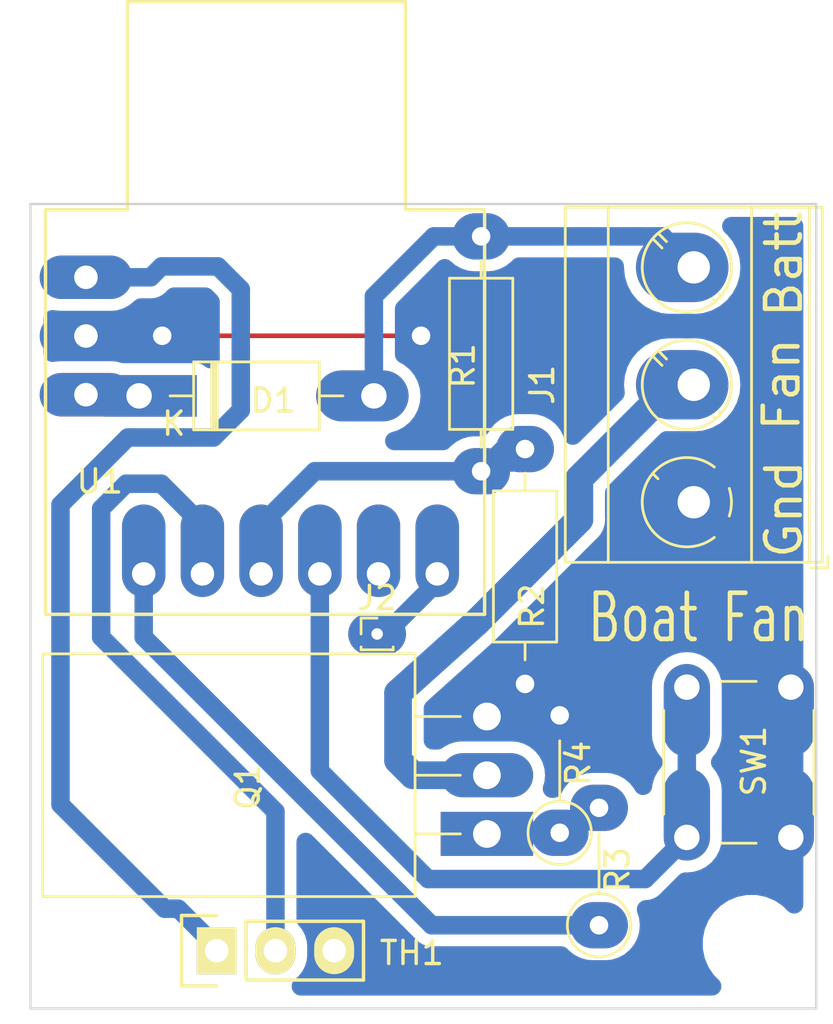
<source format=kicad_pcb>
(kicad_pcb (version 20171130) (host pcbnew 5.1.4-1.fc30)

  (general
    (thickness 1.6)
    (drawings 8)
    (tracks 62)
    (zones 0)
    (modules 13)
    (nets 12)
  )

  (page A4)
  (layers
    (0 F.Cu signal)
    (31 B.Cu signal)
    (32 B.Adhes user hide)
    (33 F.Adhes user hide)
    (34 B.Paste user hide)
    (35 F.Paste user hide)
    (36 B.SilkS user hide)
    (37 F.SilkS user)
    (38 B.Mask user hide)
    (39 F.Mask user hide)
    (40 Dwgs.User user hide)
    (41 Cmts.User user hide)
    (42 Eco1.User user hide)
    (43 Eco2.User user hide)
    (44 Edge.Cuts user)
    (45 Margin user hide)
    (46 B.CrtYd user hide)
    (47 F.CrtYd user hide)
    (48 B.Fab user hide)
    (49 F.Fab user hide)
  )

  (setup
    (last_trace_width 0.8)
    (user_trace_width 0.2)
    (user_trace_width 1.2)
    (trace_clearance 0.5)
    (zone_clearance 0.508)
    (zone_45_only no)
    (trace_min 0.2)
    (via_size 0.8)
    (via_drill 0.4)
    (via_min_size 0.4)
    (via_min_drill 0.3)
    (uvia_size 0.3)
    (uvia_drill 0.1)
    (uvias_allowed no)
    (uvia_min_size 0.2)
    (uvia_min_drill 0.1)
    (edge_width 0.05)
    (segment_width 0.2)
    (pcb_text_width 0.3)
    (pcb_text_size 1.5 1.5)
    (mod_edge_width 0.12)
    (mod_text_size 1 1)
    (mod_text_width 0.15)
    (pad_size 2.5 1.8)
    (pad_drill 0.5)
    (pad_to_mask_clearance 0.051)
    (solder_mask_min_width 0.25)
    (aux_axis_origin 85.2 99.6)
    (grid_origin 85.2 99.6)
    (visible_elements FFFFFF7F)
    (pcbplotparams
      (layerselection 0x00020_7ffffffe)
      (usegerberextensions false)
      (usegerberattributes false)
      (usegerberadvancedattributes false)
      (creategerberjobfile false)
      (excludeedgelayer true)
      (linewidth 0.100000)
      (plotframeref false)
      (viasonmask false)
      (mode 1)
      (useauxorigin false)
      (hpglpennumber 1)
      (hpglpenspeed 20)
      (hpglpendiameter 15.000000)
      (psnegative false)
      (psa4output false)
      (plotreference true)
      (plotvalue true)
      (plotinvisibletext false)
      (padsonsilk false)
      (subtractmaskfromsilk false)
      (outputformat 5)
      (mirror false)
      (drillshape 0)
      (scaleselection 1)
      (outputdirectory ""))
  )

  (net 0 "")
  (net 1 +BATT)
  (net 2 GND)
  (net 3 "Net-(Q1-Pad1)")
  (net 4 LED)
  (net 5 button)
  (net 6 Vin)
  (net 7 DHT11)
  (net 8 FAN-gnd)
  (net 9 Vin-sense)
  (net 10 +5V)
  (net 11 Reset)

  (net_class Default "This is the default net class."
    (clearance 0.5)
    (trace_width 0.8)
    (via_dia 0.8)
    (via_drill 0.4)
    (uvia_dia 0.3)
    (uvia_drill 0.1)
    (add_net +5V)
    (add_net +BATT)
    (add_net DHT11)
    (add_net FAN-gnd)
    (add_net GND)
    (add_net LED)
    (add_net "Net-(Q1-Pad1)")
    (add_net Reset)
    (add_net Vin)
    (add_net Vin-sense)
    (add_net button)
  )

  (net_class pwr ""
    (clearance 0.5)
    (trace_width 1.2)
    (via_dia 0.8)
    (via_drill 0.4)
    (uvia_dia 0.3)
    (uvia_drill 0.1)
  )

  (module Connector_PinHeader_1.00mm:PinHeader_1x01_P1.00mm_Vertical (layer F.Cu) (tedit 5D664B05) (tstamp 5D6651C3)
    (at 100 83.6)
    (descr "Through hole straight pin header, 1x01, 1.00mm pitch, single row")
    (tags "Through hole pin header THT 1x01 1.00mm single row")
    (path /5D666371)
    (fp_text reference J2 (at 0 -1.56) (layer F.SilkS)
      (effects (font (size 1 1) (thickness 0.15)))
    )
    (fp_text value Reset (at 0 1.56) (layer F.Fab)
      (effects (font (size 1 1) (thickness 0.15)))
    )
    (fp_text user %R (at 0 0 90) (layer F.Fab)
      (effects (font (size 0.76 0.76) (thickness 0.114)))
    )
    (fp_line (start 1.15 -1) (end -1.15 -1) (layer F.CrtYd) (width 0.05))
    (fp_line (start 1.15 1) (end 1.15 -1) (layer F.CrtYd) (width 0.05))
    (fp_line (start -1.15 1) (end 1.15 1) (layer F.CrtYd) (width 0.05))
    (fp_line (start -1.15 -1) (end -1.15 1) (layer F.CrtYd) (width 0.05))
    (fp_line (start -0.695 -0.685) (end 0 -0.685) (layer F.SilkS) (width 0.12))
    (fp_line (start -0.695 0) (end -0.695 -0.685) (layer F.SilkS) (width 0.12))
    (fp_line (start 0.608276 0.685) (end 0.695 0.685) (layer F.SilkS) (width 0.12))
    (fp_line (start -0.695 0.685) (end -0.608276 0.685) (layer F.SilkS) (width 0.12))
    (fp_line (start 0.695 0.685) (end 0.695 0.56) (layer F.SilkS) (width 0.12))
    (fp_line (start -0.695 0.685) (end -0.695 0.56) (layer F.SilkS) (width 0.12))
    (fp_line (start -0.695 0.685) (end 0.695 0.685) (layer F.SilkS) (width 0.12))
    (fp_line (start -0.635 -0.1825) (end -0.3175 -0.5) (layer F.Fab) (width 0.1))
    (fp_line (start -0.635 0.5) (end -0.635 -0.1825) (layer F.Fab) (width 0.1))
    (fp_line (start 0.635 0.5) (end -0.635 0.5) (layer F.Fab) (width 0.1))
    (fp_line (start 0.635 -0.5) (end 0.635 0.5) (layer F.Fab) (width 0.1))
    (fp_line (start -0.3175 -0.5) (end 0.635 -0.5) (layer F.Fab) (width 0.1))
    (pad 1 thru_hole oval (at 0 0) (size 2.5 1.8) (drill 0.5) (layers *.Cu *.Mask)
      (net 11 Reset))
    (model ${KISYS3DMOD}/Connector_PinHeader_1.00mm.3dshapes/PinHeader_1x01_P1.00mm_Vertical.wrl
      (at (xyz 0 0 0))
      (scale (xyz 1 1 1))
      (rotate (xyz 0 0 0))
    )
  )

  (module TerminalBlock_MetzConnect:TerminalBlock_MetzConnect_Type073_RT02603HBLU_1x03_P5.08mm_Horizontal (layer F.Cu) (tedit 5D663F59) (tstamp 5D59EF4A)
    (at 113.7 77.9 90)
    (descr "terminal block Metz Connect Type073_RT02603HBLU, 3 pins, pitch 5.08mm, size 15.2x11mm^2, drill diamater 1.4mm, pad diameter 2.6mm, see http://www.metz-connect.com/de/system/files/productfiles/Datenblatt_310731_RT026xxHBLU_OFF-022792U.pdf, script-generated using https://github.com/pointhi/kicad-footprint-generator/scripts/TerminalBlock_MetzConnect")
    (tags "THT terminal block Metz Connect Type073_RT02603HBLU pitch 5.08mm size 15.2x11mm^2 drill 1.4mm pad 2.6mm")
    (path /5D59DE5B)
    (fp_text reference J1 (at 5.08 -6.56 90) (layer F.SilkS)
      (effects (font (size 1 1) (thickness 0.15)))
    )
    (fp_text value Batt (at 5.08 6.56 90) (layer F.Fab)
      (effects (font (size 1 1) (thickness 0.15)))
    )
    (fp_text user %R (at 5.08 3.5 90) (layer F.Fab)
      (effects (font (size 1 1) (thickness 0.15)))
    )
    (fp_line (start 13.21 -6) (end -3.04 -6) (layer F.CrtYd) (width 0.05))
    (fp_line (start 13.21 6) (end 13.21 -6) (layer F.CrtYd) (width 0.05))
    (fp_line (start -3.04 6) (end 13.21 6) (layer F.CrtYd) (width 0.05))
    (fp_line (start -3.04 -6) (end -3.04 6) (layer F.CrtYd) (width 0.05))
    (fp_line (start -2.84 5.8) (end -2.34 5.8) (layer F.SilkS) (width 0.12))
    (fp_line (start -2.84 5.06) (end -2.84 5.8) (layer F.SilkS) (width 0.12))
    (fp_line (start 8.804 0.821) (end 8.697 0.928) (layer F.SilkS) (width 0.12))
    (fp_line (start 11.389 -1.764) (end 10.998 -1.374) (layer F.SilkS) (width 0.12))
    (fp_line (start 9.013 1.083) (end 8.932 1.164) (layer F.SilkS) (width 0.12))
    (fp_line (start 11.624 -1.529) (end 11.274 -1.179) (layer F.SilkS) (width 0.12))
    (fp_line (start 11.274 -1.628) (end 8.833 0.814) (layer F.Fab) (width 0.1))
    (fp_line (start 11.488 -1.414) (end 9.047 1.027) (layer F.Fab) (width 0.1))
    (fp_line (start 3.724 0.821) (end 3.617 0.928) (layer F.SilkS) (width 0.12))
    (fp_line (start 6.309 -1.764) (end 5.918 -1.374) (layer F.SilkS) (width 0.12))
    (fp_line (start 3.933 1.083) (end 3.852 1.164) (layer F.SilkS) (width 0.12))
    (fp_line (start 6.544 -1.529) (end 6.194 -1.179) (layer F.SilkS) (width 0.12))
    (fp_line (start 6.194 -1.628) (end 3.753 0.814) (layer F.Fab) (width 0.1))
    (fp_line (start 6.408 -1.414) (end 3.967 1.027) (layer F.Fab) (width 0.1))
    (fp_line (start 1.229 -1.764) (end 1.013 -1.549) (layer F.SilkS) (width 0.12))
    (fp_line (start 1.114 -1.628) (end -1.328 0.814) (layer F.Fab) (width 0.1))
    (fp_line (start 1.328 -1.414) (end -1.114 1.027) (layer F.Fab) (width 0.1))
    (fp_line (start 12.76 -5.56) (end 12.76 5.56) (layer F.SilkS) (width 0.12))
    (fp_line (start -2.6 -5.56) (end -2.6 5.56) (layer F.SilkS) (width 0.12))
    (fp_line (start -2.6 5.56) (end 12.76 5.56) (layer F.SilkS) (width 0.12))
    (fp_line (start -2.6 -5.56) (end 12.76 -5.56) (layer F.SilkS) (width 0.12))
    (fp_line (start -2.6 -3.7) (end 12.76 -3.7) (layer F.SilkS) (width 0.12))
    (fp_line (start -2.54 -3.7) (end 12.7 -3.7) (layer F.Fab) (width 0.1))
    (fp_line (start -2.6 2.5) (end 12.76 2.5) (layer F.SilkS) (width 0.12))
    (fp_line (start -2.54 2.5) (end 12.7 2.5) (layer F.Fab) (width 0.1))
    (fp_line (start -2.6 5) (end 12.76 5) (layer F.SilkS) (width 0.12))
    (fp_line (start -2.54 5) (end 12.7 5) (layer F.Fab) (width 0.1))
    (fp_line (start -2.54 5) (end -2.54 -5.5) (layer F.Fab) (width 0.1))
    (fp_line (start -2.04 5.5) (end -2.54 5) (layer F.Fab) (width 0.1))
    (fp_line (start 12.7 5.5) (end -2.04 5.5) (layer F.Fab) (width 0.1))
    (fp_line (start 12.7 -5.5) (end 12.7 5.5) (layer F.Fab) (width 0.1))
    (fp_line (start -2.54 -5.5) (end 12.7 -5.5) (layer F.Fab) (width 0.1))
    (fp_circle (center 10.16 -0.3) (end 11.91 -0.3) (layer F.Fab) (width 0.1))
    (fp_circle (center 5.08 -0.3) (end 6.83 -0.3) (layer F.Fab) (width 0.1))
    (fp_circle (center 0 -0.3) (end 1.75 -0.3) (layer F.Fab) (width 0.1))
    (fp_arc (start 10.16 -0.3) (end 10.16 1.63) (angle -360) (layer F.SilkS) (width 0.12))
    (fp_arc (start 5.08 -0.3) (end 5.08 1.63) (angle -360) (layer F.SilkS) (width 0.12))
    (fp_arc (start 0 -0.3) (end -0.597 1.536) (angle -19) (layer F.SilkS) (width 0.12))
    (fp_arc (start 0 -0.3) (end -1.521 -1.489) (angle -76) (layer F.SilkS) (width 0.12))
    (fp_arc (start 0 -0.3) (end 1.5 -1.515) (angle -102) (layer F.SilkS) (width 0.12))
    (fp_arc (start 0 -0.3) (end 1.521 0.889) (angle -76) (layer F.SilkS) (width 0.12))
    (fp_arc (start 0 -0.3) (end 0 1.63) (angle -18) (layer F.SilkS) (width 0.12))
    (pad 3 thru_hole oval (at 10.16 0 90) (size 3 4) (drill 1.4 (offset 0 -0.5)) (layers *.Cu *.Mask)
      (net 6 Vin))
    (pad 2 thru_hole oval (at 5.08 0 90) (size 3 4) (drill 1.4 (offset 0 -0.5)) (layers *.Cu *.Mask)
      (net 8 FAN-gnd))
    (pad 1 thru_hole rect (at 0 0 90) (size 3 4) (drill 1.4 (offset 0 -0.5)) (layers *.Cu *.Mask)
      (net 2 GND))
    (model ${KISYS3DMOD}/TerminalBlock_MetzConnect.3dshapes/TerminalBlock_MetzConnect_Type073_RT02603HBLU_1x03_P5.08mm_Horizontal.wrl
      (at (xyz 0 0 0))
      (scale (xyz 1 1 1))
      (rotate (xyz 0 0 0))
    )
  )

  (module sensors:DHT11_Temperature_Humidity (layer F.Cu) (tedit 567FC5FF) (tstamp 5D668C7D)
    (at 95.6 97.3)
    (path /5D665FCE)
    (fp_text reference TH1 (at 5.9 0.1) (layer F.SilkS)
      (effects (font (size 1 1) (thickness 0.15)))
    )
    (fp_text value DHT11 (at 0 4.445) (layer F.Fab)
      (effects (font (size 1 1) (thickness 0.15)))
    )
    (fp_line (start -7.62 -2.055) (end -7.62 -3.325) (layer B.CrtYd) (width 0.15))
    (fp_line (start -7.62 -3.325) (end 7.62 -3.325) (layer B.CrtYd) (width 0.15))
    (fp_line (start 7.62 -3.325) (end 7.62 -2.055) (layer B.CrtYd) (width 0.15))
    (fp_line (start 7.62 -2.055) (end -7.62 -2.055) (layer B.CrtYd) (width 0.15))
    (fp_line (start -6.35 -2.055) (end -6.35 3.025) (layer B.CrtYd) (width 0.15))
    (fp_line (start -6.35 3.025) (end 6.350024 3.025) (layer B.CrtYd) (width 0.15))
    (fp_line (start 6.35 3.025) (end 6.35 -2.055) (layer B.CrtYd) (width 0.15))
    (fp_line (start -2.54 -1.524) (end -4.064 -1.524) (layer F.SilkS) (width 0.15))
    (fp_line (start -4.064 -1.524) (end -4.064 1.524) (layer F.SilkS) (width 0.15))
    (fp_line (start -4.064 1.524) (end -2.54 1.524) (layer F.SilkS) (width 0.15))
    (fp_line (start -1.27 -1.27) (end 3.81 -1.27) (layer F.SilkS) (width 0.15))
    (fp_line (start 3.81 -1.27) (end 3.81 1.27) (layer F.SilkS) (width 0.15))
    (fp_line (start 3.81 1.27) (end -1.27 1.27) (layer F.SilkS) (width 0.15))
    (fp_line (start -1.27 1.27) (end -1.27 -1.27) (layer F.SilkS) (width 0.15))
    (pad 3 thru_hole oval (at 2.54 0 90) (size 2.032 1.7272) (drill 1.016) (layers *.Cu *.Mask F.SilkS)
      (net 2 GND))
    (pad 2 thru_hole oval (at 0 0 90) (size 2.032 1.7272) (drill 1.016) (layers *.Cu *.Mask F.SilkS)
      (net 7 DHT11))
    (pad 1 thru_hole rect (at -2.54 0 90) (size 2.032 1.7272) (drill 1.016) (layers *.Cu *.Mask F.SilkS)
      (net 10 +5V))
  )

  (module Resistor_THT:R_Axial_DIN0207_L6.3mm_D2.5mm_P5.08mm_Vertical (layer F.Cu) (tedit 5AE5139B) (tstamp 5D65B220)
    (at 107.9 92.2 90)
    (descr "Resistor, Axial_DIN0207 series, Axial, Vertical, pin pitch=5.08mm, 0.25W = 1/4W, length*diameter=6.3*2.5mm^2, http://cdn-reichelt.de/documents/datenblatt/B400/1_4W%23YAG.pdf")
    (tags "Resistor Axial_DIN0207 series Axial Vertical pin pitch 5.08mm 0.25W = 1/4W length 6.3mm diameter 2.5mm")
    (path /5D655ED0)
    (fp_text reference R4 (at 3 0.8 90) (layer F.SilkS)
      (effects (font (size 1 1) (thickness 0.15)))
    )
    (fp_text value 10K (at 2.54 2.37 90) (layer F.Fab)
      (effects (font (size 1 1) (thickness 0.15)))
    )
    (fp_text user %R (at 2.54 -2.37 90) (layer F.Fab)
      (effects (font (size 1 1) (thickness 0.15)))
    )
    (fp_line (start 6.13 -1.5) (end -1.5 -1.5) (layer F.CrtYd) (width 0.05))
    (fp_line (start 6.13 1.5) (end 6.13 -1.5) (layer F.CrtYd) (width 0.05))
    (fp_line (start -1.5 1.5) (end 6.13 1.5) (layer F.CrtYd) (width 0.05))
    (fp_line (start -1.5 -1.5) (end -1.5 1.5) (layer F.CrtYd) (width 0.05))
    (fp_line (start 1.37 0) (end 3.98 0) (layer F.SilkS) (width 0.12))
    (fp_line (start 0 0) (end 5.08 0) (layer F.Fab) (width 0.1))
    (fp_circle (center 0 0) (end 1.37 0) (layer F.SilkS) (width 0.12))
    (fp_circle (center 0 0) (end 1.25 0) (layer F.Fab) (width 0.1))
    (pad 2 thru_hole oval (at 5.08 0 90) (size 2 2.5) (drill 0.8) (layers *.Cu *.Mask)
      (net 2 GND))
    (pad 1 thru_hole oval (at 0 0 90) (size 2 2.5) (drill 0.8) (layers *.Cu *.Mask)
      (net 3 "Net-(Q1-Pad1)"))
    (model ${KISYS3DMOD}/Resistor_THT.3dshapes/R_Axial_DIN0207_L6.3mm_D2.5mm_P5.08mm_Vertical.wrl
      (at (xyz 0 0 0))
      (scale (xyz 1 1 1))
      (rotate (xyz 0 0 0))
    )
  )

  (module Resistor_THT:R_Axial_DIN0207_L6.3mm_D2.5mm_P5.08mm_Vertical (layer F.Cu) (tedit 5AE5139B) (tstamp 5D65C331)
    (at 109.6 96.2 90)
    (descr "Resistor, Axial_DIN0207 series, Axial, Vertical, pin pitch=5.08mm, 0.25W = 1/4W, length*diameter=6.3*2.5mm^2, http://cdn-reichelt.de/documents/datenblatt/B400/1_4W%23YAG.pdf")
    (tags "Resistor Axial_DIN0207 series Axial Vertical pin pitch 5.08mm 0.25W = 1/4W length 6.3mm diameter 2.5mm")
    (path /5D5A9882)
    (fp_text reference R3 (at 2.4 0.8 90) (layer F.SilkS)
      (effects (font (size 1 1) (thickness 0.15)))
    )
    (fp_text value 220R (at 2.54 2.37 90) (layer F.Fab)
      (effects (font (size 1 1) (thickness 0.15)))
    )
    (fp_text user %R (at 2.54 -2.37 90) (layer F.Fab)
      (effects (font (size 1 1) (thickness 0.15)))
    )
    (fp_line (start 6.13 -1.5) (end -1.5 -1.5) (layer F.CrtYd) (width 0.05))
    (fp_line (start 6.13 1.5) (end 6.13 -1.5) (layer F.CrtYd) (width 0.05))
    (fp_line (start -1.5 1.5) (end 6.13 1.5) (layer F.CrtYd) (width 0.05))
    (fp_line (start -1.5 -1.5) (end -1.5 1.5) (layer F.CrtYd) (width 0.05))
    (fp_line (start 1.37 0) (end 3.98 0) (layer F.SilkS) (width 0.12))
    (fp_line (start 0 0) (end 5.08 0) (layer F.Fab) (width 0.1))
    (fp_circle (center 0 0) (end 1.37 0) (layer F.SilkS) (width 0.12))
    (fp_circle (center 0 0) (end 1.25 0) (layer F.Fab) (width 0.1))
    (pad 2 thru_hole oval (at 5.08 0 90) (size 2 2.5) (drill 0.8) (layers *.Cu *.Mask)
      (net 3 "Net-(Q1-Pad1)"))
    (pad 1 thru_hole oval (at 0 0 90) (size 2 2.5) (drill 0.8) (layers *.Cu *.Mask)
      (net 4 LED))
    (model ${KISYS3DMOD}/Resistor_THT.3dshapes/R_Axial_DIN0207_L6.3mm_D2.5mm_P5.08mm_Vertical.wrl
      (at (xyz 0 0 0))
      (scale (xyz 1 1 1))
      (rotate (xyz 0 0 0))
    )
  )

  (module Resistor_THT:R_Axial_DIN0207_L6.3mm_D2.5mm_P10.16mm_Horizontal (layer F.Cu) (tedit 5AE5139B) (tstamp 5D65CE71)
    (at 106.4 75.6 270)
    (descr "Resistor, Axial_DIN0207 series, Axial, Horizontal, pin pitch=10.16mm, 0.25W = 1/4W, length*diameter=6.3*2.5mm^2, http://cdn-reichelt.de/documents/datenblatt/B400/1_4W%23YAG.pdf")
    (tags "Resistor Axial_DIN0207 series Axial Horizontal pin pitch 10.16mm 0.25W = 1/4W length 6.3mm diameter 2.5mm")
    (path /5D5A53AE)
    (fp_text reference R2 (at 6.8 -0.3 90) (layer F.SilkS)
      (effects (font (size 1 1) (thickness 0.15)))
    )
    (fp_text value 1K (at 5.08 2.37 90) (layer F.Fab)
      (effects (font (size 1 1) (thickness 0.15)))
    )
    (fp_text user %R (at 5.08 0 90) (layer F.Fab)
      (effects (font (size 1 1) (thickness 0.15)))
    )
    (fp_line (start 11.21 -1.5) (end -1.05 -1.5) (layer F.CrtYd) (width 0.05))
    (fp_line (start 11.21 1.5) (end 11.21 -1.5) (layer F.CrtYd) (width 0.05))
    (fp_line (start -1.05 1.5) (end 11.21 1.5) (layer F.CrtYd) (width 0.05))
    (fp_line (start -1.05 -1.5) (end -1.05 1.5) (layer F.CrtYd) (width 0.05))
    (fp_line (start 9.12 0) (end 8.35 0) (layer F.SilkS) (width 0.12))
    (fp_line (start 1.04 0) (end 1.81 0) (layer F.SilkS) (width 0.12))
    (fp_line (start 8.35 -1.37) (end 1.81 -1.37) (layer F.SilkS) (width 0.12))
    (fp_line (start 8.35 1.37) (end 8.35 -1.37) (layer F.SilkS) (width 0.12))
    (fp_line (start 1.81 1.37) (end 8.35 1.37) (layer F.SilkS) (width 0.12))
    (fp_line (start 1.81 -1.37) (end 1.81 1.37) (layer F.SilkS) (width 0.12))
    (fp_line (start 10.16 0) (end 8.23 0) (layer F.Fab) (width 0.1))
    (fp_line (start 0 0) (end 1.93 0) (layer F.Fab) (width 0.1))
    (fp_line (start 8.23 -1.25) (end 1.93 -1.25) (layer F.Fab) (width 0.1))
    (fp_line (start 8.23 1.25) (end 8.23 -1.25) (layer F.Fab) (width 0.1))
    (fp_line (start 1.93 1.25) (end 8.23 1.25) (layer F.Fab) (width 0.1))
    (fp_line (start 1.93 -1.25) (end 1.93 1.25) (layer F.Fab) (width 0.1))
    (pad 2 thru_hole oval (at 10.16 0 270) (size 2 2.5) (drill 0.8) (layers *.Cu *.Mask)
      (net 2 GND))
    (pad 1 thru_hole oval (at 0 0 270) (size 2 2.5) (drill 0.8) (layers *.Cu *.Mask)
      (net 9 Vin-sense))
    (model ${KISYS3DMOD}/Resistor_THT.3dshapes/R_Axial_DIN0207_L6.3mm_D2.5mm_P10.16mm_Horizontal.wrl
      (at (xyz 0 0 0))
      (scale (xyz 1 1 1))
      (rotate (xyz 0 0 0))
    )
  )

  (module Resistor_THT:R_Axial_DIN0207_L6.3mm_D2.5mm_P10.16mm_Horizontal (layer F.Cu) (tedit 5D657423) (tstamp 5D65D185)
    (at 104.5 66.4 270)
    (descr "Resistor, Axial_DIN0207 series, Axial, Horizontal, pin pitch=10.16mm, 0.25W = 1/4W, length*diameter=6.3*2.5mm^2, http://cdn-reichelt.de/documents/datenblatt/B400/1_4W%23YAG.pdf")
    (tags "Resistor Axial_DIN0207 series Axial Horizontal pin pitch 10.16mm 0.25W = 1/4W length 6.3mm diameter 2.5mm")
    (path /5D5A4BFD)
    (fp_text reference R1 (at 5.6 0.8 90) (layer F.SilkS)
      (effects (font (size 1 1) (thickness 0.15)))
    )
    (fp_text value 10K (at 1.27 2.37 90) (layer F.Fab)
      (effects (font (size 1 1) (thickness 0.15)))
    )
    (fp_text user %R (at 1.27 -2.37 90) (layer F.Fab)
      (effects (font (size 1 1) (thickness 0.15)))
    )
    (fp_line (start 11.21 -1.5) (end -1.05 -1.5) (layer F.CrtYd) (width 0.05))
    (fp_line (start 11.21 1.5) (end 11.21 -1.5) (layer F.CrtYd) (width 0.05))
    (fp_line (start -1.05 1.5) (end 11.21 1.5) (layer F.CrtYd) (width 0.05))
    (fp_line (start -1.05 -1.5) (end -1.05 1.5) (layer F.CrtYd) (width 0.05))
    (fp_line (start 9.12 0) (end 8.35 0) (layer F.SilkS) (width 0.12))
    (fp_line (start 1.04 0) (end 1.81 0) (layer F.SilkS) (width 0.12))
    (fp_line (start 8.35 -1.37) (end 1.81 -1.37) (layer F.SilkS) (width 0.12))
    (fp_line (start 8.35 1.37) (end 8.35 -1.37) (layer F.SilkS) (width 0.12))
    (fp_line (start 1.81 1.37) (end 8.35 1.37) (layer F.SilkS) (width 0.12))
    (fp_line (start 1.81 -1.37) (end 1.81 1.37) (layer F.SilkS) (width 0.12))
    (fp_line (start 10.16 0) (end 8.23 0) (layer F.Fab) (width 0.1))
    (fp_line (start 0 0) (end 1.93 0) (layer F.Fab) (width 0.1))
    (fp_line (start 8.23 -1.25) (end 1.93 -1.25) (layer F.Fab) (width 0.1))
    (fp_line (start 8.23 1.25) (end 8.23 -1.25) (layer F.Fab) (width 0.1))
    (fp_line (start 1.93 1.25) (end 8.23 1.25) (layer F.Fab) (width 0.1))
    (fp_line (start 1.93 -1.25) (end 1.93 1.25) (layer F.Fab) (width 0.1))
    (pad 2 thru_hole oval (at 10.16 0 270) (size 2 2.5) (drill 0.8) (layers *.Cu *.Mask)
      (net 9 Vin-sense))
    (pad 1 thru_hole oval (at 0 0 270) (size 2 2.5) (drill 0.8) (layers *.Cu *.Mask)
      (net 6 Vin))
    (model ${KISYS3DMOD}/Resistor_THT.3dshapes/R_Axial_DIN0207_L6.3mm_D2.5mm_P10.16mm_Horizontal.wrl
      (at (xyz 0 0 0))
      (scale (xyz 1 1 1))
      (rotate (xyz 0 0 0))
    )
  )

  (module MountingHole:MountingHole_3.2mm_M3 (layer F.Cu) (tedit 56D1B4CB) (tstamp 5D5A1F01)
    (at 116.2 97)
    (descr "Mounting Hole 3.2mm, no annular, M3")
    (tags "mounting hole 3.2mm no annular m3")
    (path /5D5C8A88)
    (attr virtual)
    (fp_text reference H2 (at 0 -4.2) (layer F.SilkS) hide
      (effects (font (size 1 1) (thickness 0.15)))
    )
    (fp_text value MountingHole (at 0 4.2) (layer F.Fab)
      (effects (font (size 1 1) (thickness 0.15)))
    )
    (fp_text user %R (at 0.3 0) (layer F.Fab)
      (effects (font (size 1 1) (thickness 0.15)))
    )
    (fp_circle (center 0 0) (end 3.2 0) (layer Cmts.User) (width 0.15))
    (fp_circle (center 0 0) (end 3.45 0) (layer F.CrtYd) (width 0.05))
    (pad 1 np_thru_hole circle (at 0 0) (size 3.2 3.2) (drill 3.2) (layers *.Cu *.Mask))
  )

  (module MountingHole:MountingHole_3.2mm_M3 (layer F.Cu) (tedit 56D1B4CB) (tstamp 5D5A1EF9)
    (at 88.2 97)
    (descr "Mounting Hole 3.2mm, no annular, M3")
    (tags "mounting hole 3.2mm no annular m3")
    (path /5D5C84B3)
    (attr virtual)
    (fp_text reference H1 (at 0 -4.2) (layer F.SilkS) hide
      (effects (font (size 1 1) (thickness 0.15)))
    )
    (fp_text value MountingHole (at 0 4.2) (layer F.Fab)
      (effects (font (size 1 1) (thickness 0.15)))
    )
    (fp_circle (center 0 0) (end 3.45 0) (layer F.CrtYd) (width 0.05))
    (fp_circle (center 0 0) (end 3.2 0) (layer Cmts.User) (width 0.15))
    (fp_text user %R (at 0.3 0) (layer F.Fab)
      (effects (font (size 1 1) (thickness 0.15)))
    )
    (pad 1 np_thru_hole circle (at 0 0) (size 3.2 3.2) (drill 3.2) (layers *.Cu *.Mask))
  )

  (module Package_TO_SOT_THT:TO-220F-3_Horizontal_TabDown (layer F.Cu) (tedit 5D59F244) (tstamp 5D65DF33)
    (at 104.75 92.25 90)
    (descr "TO-220F-3, Horizontal, RM 2.54mm, see http://www.st.com/resource/en/datasheet/stp20nm60.pdf")
    (tags "TO-220F-3 Horizontal RM 2.54mm")
    (path /5D5A8AD6)
    (fp_text reference Q1 (at 2.05 -10.35 90) (layer F.SilkS)
      (effects (font (size 1 1) (thickness 0.15)))
    )
    (fp_text value IRLZ14 (at 2.54 2 90) (layer F.Fab)
      (effects (font (size 1 1) (thickness 0.15)))
    )
    (fp_text user %R (at 2.54 -20.22 90) (layer F.Fab)
      (effects (font (size 1 1) (thickness 0.15)))
    )
    (fp_line (start 7.92 -19.35) (end -2.84 -19.35) (layer F.CrtYd) (width 0.05))
    (fp_line (start 7.92 1.25) (end 7.92 -19.35) (layer F.CrtYd) (width 0.05))
    (fp_line (start -2.84 1.25) (end 7.92 1.25) (layer F.CrtYd) (width 0.05))
    (fp_line (start -2.84 -19.35) (end -2.84 1.25) (layer F.CrtYd) (width 0.05))
    (fp_line (start 5.08 -3.11) (end 5.08 -1.15) (layer F.SilkS) (width 0.12))
    (fp_line (start 2.54 -3.11) (end 2.54 -1.15) (layer F.SilkS) (width 0.12))
    (fp_line (start 0 -3.11) (end 0 -1.15) (layer F.SilkS) (width 0.12))
    (fp_line (start 7.79 -19.22) (end 7.79 -3.11) (layer F.SilkS) (width 0.12))
    (fp_line (start -2.71 -19.22) (end -2.71 -3.11) (layer F.SilkS) (width 0.12))
    (fp_line (start -2.71 -19.22) (end 7.79 -19.22) (layer F.SilkS) (width 0.12))
    (fp_line (start -2.71 -3.11) (end 7.79 -3.11) (layer F.SilkS) (width 0.12))
    (fp_line (start 5.08 -3.23) (end 5.08 0) (layer F.Fab) (width 0.1))
    (fp_line (start 2.54 -3.23) (end 2.54 0) (layer F.Fab) (width 0.1))
    (fp_line (start 0 -3.23) (end 0 0) (layer F.Fab) (width 0.1))
    (fp_line (start 7.67 -3.23) (end -2.59 -3.23) (layer F.Fab) (width 0.1))
    (fp_line (start 7.67 -12.42) (end 7.67 -3.23) (layer F.Fab) (width 0.1))
    (fp_line (start -2.59 -12.42) (end 7.67 -12.42) (layer F.Fab) (width 0.1))
    (fp_line (start -2.59 -3.23) (end -2.59 -12.42) (layer F.Fab) (width 0.1))
    (fp_line (start 7.67 -12.42) (end -2.59 -12.42) (layer F.Fab) (width 0.1))
    (fp_line (start 7.67 -19.1) (end 7.67 -12.42) (layer F.Fab) (width 0.1))
    (fp_line (start -2.59 -19.1) (end 7.67 -19.1) (layer F.Fab) (width 0.1))
    (fp_line (start -2.59 -12.42) (end -2.59 -19.1) (layer F.Fab) (width 0.1))
    (fp_circle (center 2.54 -15.8) (end 4.39 -15.8) (layer F.Fab) (width 0.1))
    (pad 3 thru_hole oval (at 5.08 0 90) (size 1.905 4) (drill 1.2) (layers *.Cu *.Mask)
      (net 2 GND))
    (pad 2 thru_hole oval (at 2.54 0 90) (size 1.905 4) (drill 1.2) (layers *.Cu *.Mask)
      (net 8 FAN-gnd))
    (pad 1 thru_hole rect (at 0 0 90) (size 1.905 4) (drill 1.2) (layers *.Cu *.Mask)
      (net 3 "Net-(Q1-Pad1)"))
    (pad "" np_thru_hole oval (at 2.54 -15.8 90) (size 3.5 3.5) (drill 3.5) (layers *.Cu *.Mask))
    (model ${KISYS3DMOD}/Package_TO_SOT_THT.3dshapes/TO-220F-3_Horizontal_TabDown.wrl
      (at (xyz 0 0 0))
      (scale (xyz 1 1 1))
      (rotate (xyz 0 0 0))
    )
  )

  (module Button_Switch_THT:SW_PUSH_6mm (layer F.Cu) (tedit 5D59F594) (tstamp 5D5A102E)
    (at 117.9 85.9 270)
    (descr https://www.omron.com/ecb/products/pdf/en-b3f.pdf)
    (tags "tact sw push 6mm")
    (path /5D5AB785)
    (fp_text reference SW1 (at 3.2 1.6 90) (layer F.SilkS)
      (effects (font (size 1 1) (thickness 0.15)))
    )
    (fp_text value SW_Push (at 3.75 6.7 90) (layer F.Fab)
      (effects (font (size 1 1) (thickness 0.15)))
    )
    (fp_circle (center 3.25 2.25) (end 1.25 2.5) (layer F.Fab) (width 0.1))
    (fp_line (start 6.75 3) (end 6.75 1.5) (layer F.SilkS) (width 0.12))
    (fp_line (start 5.5 -1) (end 1 -1) (layer F.SilkS) (width 0.12))
    (fp_line (start -0.25 1.5) (end -0.25 3) (layer F.SilkS) (width 0.12))
    (fp_line (start 1 5.5) (end 5.5 5.5) (layer F.SilkS) (width 0.12))
    (fp_line (start 8 -1.25) (end 8 5.75) (layer F.CrtYd) (width 0.05))
    (fp_line (start 7.75 6) (end -1.25 6) (layer F.CrtYd) (width 0.05))
    (fp_line (start -1.5 5.75) (end -1.5 -1.25) (layer F.CrtYd) (width 0.05))
    (fp_line (start -1.25 -1.5) (end 7.75 -1.5) (layer F.CrtYd) (width 0.05))
    (fp_line (start -1.5 6) (end -1.25 6) (layer F.CrtYd) (width 0.05))
    (fp_line (start -1.5 5.75) (end -1.5 6) (layer F.CrtYd) (width 0.05))
    (fp_line (start -1.5 -1.5) (end -1.25 -1.5) (layer F.CrtYd) (width 0.05))
    (fp_line (start -1.5 -1.25) (end -1.5 -1.5) (layer F.CrtYd) (width 0.05))
    (fp_line (start 8 -1.5) (end 8 -1.25) (layer F.CrtYd) (width 0.05))
    (fp_line (start 7.75 -1.5) (end 8 -1.5) (layer F.CrtYd) (width 0.05))
    (fp_line (start 8 6) (end 8 5.75) (layer F.CrtYd) (width 0.05))
    (fp_line (start 7.75 6) (end 8 6) (layer F.CrtYd) (width 0.05))
    (fp_line (start 0.25 -0.75) (end 3.25 -0.75) (layer F.Fab) (width 0.1))
    (fp_line (start 0.25 5.25) (end 0.25 -0.75) (layer F.Fab) (width 0.1))
    (fp_line (start 6.25 5.25) (end 0.25 5.25) (layer F.Fab) (width 0.1))
    (fp_line (start 6.25 -0.75) (end 6.25 5.25) (layer F.Fab) (width 0.1))
    (fp_line (start 3.25 -0.75) (end 6.25 -0.75) (layer F.Fab) (width 0.1))
    (fp_text user %R (at 3.25 2.25 90) (layer F.Fab)
      (effects (font (size 1 1) (thickness 0.15)))
    )
    (pad 1 thru_hole oval (at 6.5 0 270) (size 4 2) (drill 1.1 (offset -1 0)) (layers *.Cu *.Mask)
      (net 2 GND))
    (pad 2 thru_hole oval (at 6.5 4.5) (size 2 4) (drill 1.1 (offset 0 -1)) (layers *.Cu *.Mask)
      (net 5 button))
    (pad 1 thru_hole oval (at 0 0) (size 2 4) (drill 1.1 (offset 0 1)) (layers *.Cu *.Mask)
      (net 2 GND))
    (pad 2 thru_hole oval (at 0 4.5) (size 2 4) (drill 1.1 (offset 0 1)) (layers *.Cu *.Mask)
      (net 5 button))
    (model ${KISYS3DMOD}/Button_Switch_THT.3dshapes/SW_PUSH_6mm.wrl
      (at (xyz 0 0 0))
      (scale (xyz 1 1 1))
      (rotate (xyz 0 0 0))
    )
  )

  (module Diode_THT:D_DO-41_SOD81_P10.16mm_Horizontal (layer F.Cu) (tedit 5D65673F) (tstamp 5D66A53C)
    (at 89.7 73.3)
    (descr "Diode, DO-41_SOD81 series, Axial, Horizontal, pin pitch=10.16mm, , length*diameter=5.2*2.7mm^2, , http://www.diodes.com/_files/packages/DO-41%20(Plastic).pdf")
    (tags "Diode DO-41_SOD81 series Axial Horizontal pin pitch 10.16mm  length 5.2mm diameter 2.7mm")
    (path /5D5A1A0C)
    (fp_text reference D1 (at 5.8 0.2) (layer F.SilkS)
      (effects (font (size 1 1) (thickness 0.15)))
    )
    (fp_text value 1N4007 (at 5.08 2.47) (layer F.Fab)
      (effects (font (size 1 1) (thickness 0.15)))
    )
    (fp_text user K (at 1.5 1.2) (layer F.SilkS)
      (effects (font (size 1 1) (thickness 0.15)))
    )
    (fp_text user K (at 0 -2.1) (layer F.Fab)
      (effects (font (size 1 1) (thickness 0.15)))
    )
    (fp_text user %R (at 5.47 0) (layer F.Fab)
      (effects (font (size 1 1) (thickness 0.15)))
    )
    (fp_line (start 11.51 -1.6) (end -1.35 -1.6) (layer F.CrtYd) (width 0.05))
    (fp_line (start 11.51 1.6) (end 11.51 -1.6) (layer F.CrtYd) (width 0.05))
    (fp_line (start -1.35 1.6) (end 11.51 1.6) (layer F.CrtYd) (width 0.05))
    (fp_line (start -1.35 -1.6) (end -1.35 1.6) (layer F.CrtYd) (width 0.05))
    (fp_line (start 3.14 -1.47) (end 3.14 1.47) (layer F.SilkS) (width 0.12))
    (fp_line (start 3.38 -1.47) (end 3.38 1.47) (layer F.SilkS) (width 0.12))
    (fp_line (start 3.26 -1.47) (end 3.26 1.47) (layer F.SilkS) (width 0.12))
    (fp_line (start 8.82 0) (end 7.8 0) (layer F.SilkS) (width 0.12))
    (fp_line (start 1.34 0) (end 2.36 0) (layer F.SilkS) (width 0.12))
    (fp_line (start 7.8 -1.47) (end 2.36 -1.47) (layer F.SilkS) (width 0.12))
    (fp_line (start 7.8 1.47) (end 7.8 -1.47) (layer F.SilkS) (width 0.12))
    (fp_line (start 2.36 1.47) (end 7.8 1.47) (layer F.SilkS) (width 0.12))
    (fp_line (start 2.36 -1.47) (end 2.36 1.47) (layer F.SilkS) (width 0.12))
    (fp_line (start 3.16 -1.35) (end 3.16 1.35) (layer F.Fab) (width 0.1))
    (fp_line (start 3.36 -1.35) (end 3.36 1.35) (layer F.Fab) (width 0.1))
    (fp_line (start 3.26 -1.35) (end 3.26 1.35) (layer F.Fab) (width 0.1))
    (fp_line (start 10.16 0) (end 7.68 0) (layer F.Fab) (width 0.1))
    (fp_line (start 0 0) (end 2.48 0) (layer F.Fab) (width 0.1))
    (fp_line (start 7.68 -1.35) (end 2.48 -1.35) (layer F.Fab) (width 0.1))
    (fp_line (start 7.68 1.35) (end 7.68 -1.35) (layer F.Fab) (width 0.1))
    (fp_line (start 2.48 1.35) (end 7.68 1.35) (layer F.Fab) (width 0.1))
    (fp_line (start 2.48 -1.35) (end 2.48 1.35) (layer F.Fab) (width 0.1))
    (pad 2 thru_hole oval (at 10.16 0) (size 4 2.2) (drill 1.1 (offset -0.5 0)) (layers *.Cu *.Mask)
      (net 6 Vin))
    (pad 1 thru_hole rect (at 0 0) (size 4 1.8) (drill 1.1 (offset 0.5 0)) (layers *.Cu *.Mask)
      (net 1 +BATT))
    (model ${KISYS3DMOD}/Diode_THT.3dshapes/D_DO-41_SOD81_P10.16mm_Horizontal.wrl
      (at (xyz 0 0 0))
      (scale (xyz 1 1 1))
      (rotate (xyz 0 0 0))
    )
  )

  (module digi:Digispark (layer F.Cu) (tedit 5D59F197) (tstamp 5D66A440)
    (at 96.25 81)
    (path /5D599E15)
    (fp_text reference U1 (at -8.25 -4) (layer F.SilkS)
      (effects (font (size 1 1) (thickness 0.15)))
    )
    (fp_text value Digispark (at -0.24 -2.82) (layer F.Fab)
      (effects (font (size 1 1) (thickness 0.15)))
    )
    (fp_line (start -7.06 -24.75) (end -7.06 -15.75) (layer F.SilkS) (width 0.15))
    (fp_line (start 8.4 -15.75) (end 8.4 1.75) (layer F.SilkS) (width 0.15))
    (fp_line (start 4.97 -15.75) (end 8.4 -15.75) (layer F.SilkS) (width 0.15))
    (fp_line (start -10.6 -15.75) (end -10.6 1.75) (layer F.SilkS) (width 0.15))
    (fp_line (start 4.97 -24.75) (end -7.06 -24.75) (layer F.SilkS) (width 0.15))
    (fp_line (start 4.97 -24.75) (end 4.97 -15.75) (layer F.SilkS) (width 0.15))
    (fp_line (start -7.06 -15.75) (end -10.6 -15.75) (layer F.SilkS) (width 0.15))
    (fp_line (start -10.6 1.75) (end 8.4 1.75) (layer F.SilkS) (width 0.15))
    (pad 9 thru_hole oval (at -8.85 -12.83) (size 4 1.8796) (drill 1.016) (layers *.Cu *.Mask)
      (net 10 +5V))
    (pad 8 thru_hole oval (at -8.85 -10.29) (size 4 1.8796) (drill 1.016) (layers *.Cu *.Mask)
      (net 2 GND))
    (pad 7 thru_hole oval (at -8.85 -7.75) (size 4 1.8796) (drill 1.016) (layers *.Cu *.Mask)
      (net 1 +BATT))
    (pad 6 thru_hole oval (at 6.35 0) (size 1.8796 4) (drill 1.016 (offset 0 -1)) (layers *.Cu *.Mask)
      (net 11 Reset))
    (pad 5 thru_hole oval (at 3.81 0) (size 1.8796 4) (drill 1.016 (offset 0 -1)) (layers *.Cu *.Mask))
    (pad 4 thru_hole oval (at 1.27 0) (size 1.8796 4) (drill 1.016 (offset 0 -1)) (layers *.Cu *.Mask)
      (net 5 button))
    (pad 3 thru_hole oval (at -1.27 0) (size 1.8796 4) (drill 1.016 (offset 0 -1)) (layers *.Cu *.Mask)
      (net 9 Vin-sense))
    (pad 2 thru_hole oval (at -3.81 0) (size 1.8796 4) (drill 1.016 (offset 0 -1)) (layers *.Cu *.Mask)
      (net 7 DHT11))
    (pad 1 thru_hole oval (at -6.35 0) (size 1.8796 4) (drill 1.016 (offset 0 -1)) (layers *.Cu *.Mask)
      (net 4 LED))
  )

  (gr_text "Boat Fan" (at 113.9 82.9) (layer F.SilkS) (tstamp 5D65E589)
    (effects (font (size 2 1.4) (thickness 0.2)))
  )
  (gr_line (start 85 65) (end 85 99.8) (layer Edge.Cuts) (width 0.1))
  (gr_line (start 119 65) (end 85 65) (layer Edge.Cuts) (width 0.1))
  (gr_line (start 119 99.8) (end 119 65) (layer Edge.Cuts) (width 0.1))
  (gr_line (start 85 99.8) (end 119 99.8) (layer Edge.Cuts) (width 0.1))
  (gr_text Batt (at 117.6 67.6 90) (layer F.SilkS) (tstamp 5D5A1681)
    (effects (font (size 1.5 1.5) (thickness 0.2)))
  )
  (gr_text Fan (at 117.5 72.8 90) (layer F.SilkS) (tstamp 5D65E66A)
    (effects (font (size 1.5 1.5) (thickness 0.2)))
  )
  (gr_text Gnd (at 117.6 78.2 90) (layer F.SilkS)
    (effects (font (size 1.5 1.5) (thickness 0.2)))
  )

  (segment (start 89.65 73.25) (end 89.7 73.3) (width 0.8) (layer B.Cu) (net 1))
  (segment (start 87.4 73.25) (end 89.65 73.25) (width 0.8) (layer B.Cu) (net 1))
  (segment (start 105.59 87.17) (end 104.75 87.17) (width 0.8) (layer B.Cu) (net 2))
  (segment (start 106.9 85.86) (end 105.59 87.17) (width 0.8) (layer B.Cu) (net 2))
  (via (at 90.7 70.7) (size 2) (drill 0.8) (layers F.Cu B.Cu) (net 2))
  (via (at 101.9 70.7) (size 2) (drill 0.8) (layers F.Cu B.Cu) (net 2))
  (segment (start 90.7 70.7) (end 101.9 70.7) (width 0.2) (layer F.Cu) (net 2))
  (segment (start 108.98 91.12) (end 107.9 92.2) (width 0.8) (layer B.Cu) (net 3))
  (segment (start 109.6 91.12) (end 108.98 91.12) (width 0.8) (layer B.Cu) (net 3))
  (segment (start 104.8 92.2) (end 104.75 92.25) (width 0.8) (layer B.Cu) (net 3))
  (segment (start 107.9 92.2) (end 104.8 92.2) (width 0.8) (layer B.Cu) (net 3))
  (segment (start 89.9 83.73849) (end 89.9 81) (width 0.8) (layer B.Cu) (net 4))
  (segment (start 102.36151 96.2) (end 89.9 83.73849) (width 0.8) (layer B.Cu) (net 4))
  (segment (start 109.6 96.2) (end 102.36151 96.2) (width 0.8) (layer B.Cu) (net 4))
  (segment (start 111.6 94.2) (end 113.4 92.4) (width 0.8) (layer B.Cu) (net 5))
  (segment (start 102.2 94.2) (end 111.6 94.2) (width 0.8) (layer B.Cu) (net 5))
  (segment (start 97.52 81) (end 97.52 89.52) (width 0.8) (layer B.Cu) (net 5))
  (segment (start 97.52 89.52) (end 102.2 94.2) (width 0.8) (layer B.Cu) (net 5))
  (segment (start 113.4 92.4) (end 113.4 85.9) (width 0.8) (layer B.Cu) (net 5))
  (segment (start 112.36 66.4) (end 104.5 66.4) (width 0.8) (layer B.Cu) (net 6))
  (segment (start 113.7 67.74) (end 112.36 66.4) (width 0.8) (layer B.Cu) (net 6))
  (segment (start 99.86 68.99) (end 99.86 73.3) (width 0.8) (layer B.Cu) (net 6))
  (segment (start 102.45 66.4) (end 99.86 68.99) (width 0.8) (layer B.Cu) (net 6))
  (segment (start 104.5 66.4) (end 102.45 66.4) (width 0.8) (layer B.Cu) (net 6))
  (segment (start 92.44 78.877916) (end 92.44 81) (width 0.8) (layer B.Cu) (net 7))
  (segment (start 90.662074 77.09999) (end 92.44 78.877916) (width 0.8) (layer B.Cu) (net 7))
  (segment (start 89.137926 77.09999) (end 90.662074 77.09999) (width 0.8) (layer B.Cu) (net 7))
  (segment (start 88.06019 78.177726) (end 89.137926 77.09999) (width 0.8) (layer B.Cu) (net 7))
  (segment (start 88.06019 83.73717) (end 88.06019 78.177726) (width 0.8) (layer B.Cu) (net 7))
  (segment (start 95.6 91.27698) (end 88.06019 83.73717) (width 0.8) (layer B.Cu) (net 7))
  (segment (start 95.6 97.3) (end 95.6 91.27698) (width 0.8) (layer B.Cu) (net 7))
  (segment (start 100.904916 86.151175) (end 104.3 83.1) (width 1.2) (layer B.Cu) (net 8))
  (segment (start 100.904916 89.064916) (end 100.904916 86.151175) (width 1.2) (layer B.Cu) (net 8))
  (segment (start 104.75 89.71) (end 101.55 89.71) (width 1.2) (layer B.Cu) (net 8))
  (segment (start 101.55 89.71) (end 100.904916 89.064916) (width 1.2) (layer B.Cu) (net 8))
  (segment (start 108.75001 76.869988) (end 112.799998 72.82) (width 1.2) (layer B.Cu) (net 8))
  (segment (start 112.799998 72.82) (end 113.7 72.82) (width 1.2) (layer B.Cu) (net 8))
  (segment (start 108.75001 78.64999) (end 108.75001 76.869988) (width 1.2) (layer B.Cu) (net 8))
  (segment (start 104.3 83.1) (end 108.75001 78.64999) (width 1.2) (layer B.Cu) (net 8))
  (segment (start 105.815795 76.184205) (end 106.4 75.6) (width 0.8) (layer B.Cu) (net 9))
  (segment (start 105.46 75.6) (end 104.5 76.56) (width 0.8) (layer B.Cu) (net 9))
  (segment (start 106.4 75.6) (end 105.46 75.6) (width 0.8) (layer B.Cu) (net 9))
  (segment (start 94.98 78.877916) (end 94.98 81) (width 0.8) (layer B.Cu) (net 9))
  (segment (start 97.297916 76.56) (end 94.98 78.877916) (width 0.8) (layer B.Cu) (net 9))
  (segment (start 104.5 76.56) (end 97.297916 76.56) (width 0.8) (layer B.Cu) (net 9))
  (segment (start 87.43 68.2) (end 87.4 68.17) (width 0.8) (layer B.Cu) (net 10))
  (segment (start 86.299999 90.982001) (end 86.299999 78.012085) (width 0.8) (layer B.Cu) (net 10))
  (segment (start 90.2 68.17) (end 87.4 68.17) (width 0.8) (layer B.Cu) (net 10))
  (segment (start 94.100001 68.687999) (end 93.112001 67.699999) (width 0.8) (layer B.Cu) (net 10))
  (segment (start 94.100001 73.920001) (end 94.100001 68.687999) (width 0.8) (layer B.Cu) (net 10))
  (segment (start 90.670001 67.699999) (end 90.2 68.17) (width 0.8) (layer B.Cu) (net 10))
  (segment (start 93.112001 67.699999) (end 90.670001 67.699999) (width 0.8) (layer B.Cu) (net 10))
  (segment (start 92.920001 75.100001) (end 94.100001 73.920001) (width 0.8) (layer B.Cu) (net 10))
  (segment (start 89.212083 75.100001) (end 92.920001 75.100001) (width 0.8) (layer B.Cu) (net 10))
  (segment (start 86.299999 78.012085) (end 89.212083 75.100001) (width 0.8) (layer B.Cu) (net 10))
  (segment (start 90.801998 95.484) (end 86.299999 90.982001) (width 0.8) (layer B.Cu) (net 10))
  (segment (start 91.3964 95.484) (end 90.801998 95.484) (width 0.8) (layer B.Cu) (net 10))
  (segment (start 93.06 97.1476) (end 91.3964 95.484) (width 0.8) (layer B.Cu) (net 10))
  (segment (start 93.06 97.3) (end 93.06 97.1476) (width 0.8) (layer B.Cu) (net 10))
  (segment (start 102.6 81.35) (end 102.6 81) (width 0.8) (layer B.Cu) (net 11))
  (segment (start 100.35 83.6) (end 102.6 81.35) (width 0.8) (layer B.Cu) (net 11))
  (segment (start 100 83.6) (end 100.35 83.6) (width 0.8) (layer B.Cu) (net 11))

  (zone (net 2) (net_name GND) (layer B.Cu) (tstamp 5D66590C) (hatch edge 0.508)
    (connect_pads yes (clearance 0.508))
    (min_thickness 0.8)
    (fill yes (arc_segments 32) (thermal_gap 0.8) (thermal_bridge_width 0.9))
    (polygon
      (pts
        (xy 85.2 65.2) (xy 118.8 65.2) (xy 118.8 99.6) (xy 85.2 99.6)
      )
    )
    (filled_polygon
      (pts
        (xy 118.042 95.295152) (xy 117.798757 95.051909) (xy 117.387983 94.777439) (xy 116.931557 94.588381) (xy 116.447016 94.492)
        (xy 115.952984 94.492) (xy 115.468443 94.588381) (xy 115.012017 94.777439) (xy 114.601243 95.051909) (xy 114.251909 95.401243)
        (xy 113.977439 95.812017) (xy 113.788381 96.268443) (xy 113.692 96.752984) (xy 113.692 97.247016) (xy 113.788381 97.731557)
        (xy 113.977439 98.187983) (xy 114.251909 98.598757) (xy 114.495152 98.842) (xy 96.699358 98.842) (xy 96.858772 98.711172)
        (xy 97.080159 98.441411) (xy 97.244664 98.133641) (xy 97.345966 97.799693) (xy 97.3716 97.539431) (xy 97.3716 97.060568)
        (xy 97.345966 96.800306) (xy 97.244664 96.466358) (xy 97.080159 96.158589) (xy 96.908 95.948813) (xy 96.908 92.596281)
        (xy 101.391183 97.079464) (xy 101.43214 97.12937) (xy 101.631308 97.292824) (xy 101.858538 97.414281) (xy 102.105097 97.489074)
        (xy 102.29726 97.508) (xy 102.297269 97.508) (xy 102.361509 97.514327) (xy 102.425749 97.508) (xy 107.955177 97.508)
        (xy 107.994313 97.555687) (xy 108.284844 97.794119) (xy 108.616307 97.97129) (xy 108.975967 98.080392) (xy 109.256276 98.108)
        (xy 109.943724 98.108) (xy 110.224033 98.080392) (xy 110.583693 97.97129) (xy 110.915156 97.794119) (xy 111.205687 97.555687)
        (xy 111.444119 97.265156) (xy 111.62129 96.933693) (xy 111.730392 96.574033) (xy 111.767231 96.2) (xy 111.730392 95.825967)
        (xy 111.634817 95.510898) (xy 111.664243 95.508) (xy 111.66425 95.508) (xy 111.856413 95.489074) (xy 112.102972 95.414281)
        (xy 112.330202 95.292824) (xy 112.52937 95.12937) (xy 112.570327 95.079464) (xy 113.338607 94.311184) (xy 113.4 94.317231)
        (xy 113.774033 94.280392) (xy 114.133693 94.17129) (xy 114.465156 93.994119) (xy 114.755687 93.755687) (xy 114.994119 93.465156)
        (xy 115.17129 93.133693) (xy 115.280392 92.774033) (xy 115.308 92.493723) (xy 115.308 90.306276) (xy 115.280392 90.025967)
        (xy 115.17129 89.666307) (xy 114.994119 89.334844) (xy 114.842422 89.15) (xy 114.994119 88.965156) (xy 115.17129 88.633693)
        (xy 115.280392 88.274033) (xy 115.308 87.993723) (xy 115.308 85.806276) (xy 115.280392 85.525967) (xy 115.17129 85.166307)
        (xy 114.994119 84.834844) (xy 114.755687 84.544313) (xy 114.465156 84.305881) (xy 114.133692 84.12871) (xy 113.774032 84.019608)
        (xy 113.4 83.982769) (xy 113.025967 84.019608) (xy 112.666307 84.12871) (xy 112.334844 84.305881) (xy 112.044313 84.544313)
        (xy 111.805881 84.834844) (xy 111.62871 85.166308) (xy 111.519608 85.525968) (xy 111.492 85.806277) (xy 111.492001 87.993724)
        (xy 111.519609 88.274033) (xy 111.628711 88.633693) (xy 111.805882 88.965156) (xy 111.957579 89.149999) (xy 111.805881 89.334844)
        (xy 111.62871 89.666308) (xy 111.519608 90.025968) (xy 111.505461 90.169606) (xy 111.444119 90.054844) (xy 111.205687 89.764313)
        (xy 110.915156 89.525881) (xy 110.583693 89.34871) (xy 110.224033 89.239608) (xy 109.943724 89.212) (xy 109.256276 89.212)
        (xy 108.975967 89.239608) (xy 108.616307 89.34871) (xy 108.284844 89.525881) (xy 107.994313 89.764313) (xy 107.755881 90.054844)
        (xy 107.629118 90.292) (xy 107.56517 90.292) (xy 107.63108 90.074722) (xy 107.667002 89.71) (xy 107.63108 89.345278)
        (xy 107.524695 88.994573) (xy 107.351934 88.67136) (xy 107.119438 88.388062) (xy 106.83614 88.155566) (xy 106.512927 87.982805)
        (xy 106.162222 87.87642) (xy 105.888899 87.8495) (xy 103.611101 87.8495) (xy 103.337778 87.87642) (xy 102.987073 87.982805)
        (xy 102.66386 88.155566) (xy 102.60728 88.202) (xy 102.412916 88.202) (xy 102.412916 86.823429) (xy 105.282837 84.244219)
        (xy 105.313935 84.218698) (xy 105.337889 84.194744) (xy 105.363092 84.172094) (xy 105.390242 84.142391) (xy 109.763947 79.768687)
        (xy 109.821486 79.721466) (xy 110.009933 79.491843) (xy 110.149961 79.229869) (xy 110.23619 78.94561) (xy 110.25801 78.724068)
        (xy 110.25801 78.724058) (xy 110.265305 78.649991) (xy 110.25801 78.575924) (xy 110.25801 77.494621) (xy 112.529749 75.222883)
        (xy 112.581706 75.228) (xy 113.818294 75.228) (xy 114.17205 75.193158) (xy 114.62596 75.055466) (xy 115.044286 74.831866)
        (xy 115.410952 74.530952) (xy 115.711866 74.164286) (xy 115.935466 73.74596) (xy 116.073158 73.29205) (xy 116.119651 72.82)
        (xy 116.073158 72.34795) (xy 115.935466 71.89404) (xy 115.711866 71.475714) (xy 115.410952 71.109048) (xy 115.044286 70.808134)
        (xy 114.62596 70.584534) (xy 114.17205 70.446842) (xy 113.818294 70.412) (xy 112.581706 70.412) (xy 112.22795 70.446842)
        (xy 111.77404 70.584534) (xy 111.355714 70.808134) (xy 110.989048 71.109048) (xy 110.688134 71.475714) (xy 110.464534 71.89404)
        (xy 110.326842 72.34795) (xy 110.280349 72.82) (xy 110.315049 73.172315) (xy 108.467785 75.01958) (xy 108.42129 74.866307)
        (xy 108.244119 74.534844) (xy 108.005687 74.244313) (xy 107.715156 74.005881) (xy 107.383693 73.82871) (xy 107.024033 73.719608)
        (xy 106.743724 73.692) (xy 106.056276 73.692) (xy 105.775967 73.719608) (xy 105.416307 73.82871) (xy 105.084844 74.005881)
        (xy 104.794313 74.244313) (xy 104.555881 74.534844) (xy 104.49326 74.652) (xy 104.156276 74.652) (xy 103.875967 74.679608)
        (xy 103.516307 74.78871) (xy 103.184844 74.965881) (xy 102.894313 75.204313) (xy 102.855177 75.252) (xy 100.742463 75.252)
        (xy 101.032146 75.164126) (xy 101.380982 74.977669) (xy 101.68674 74.72674) (xy 101.937669 74.420982) (xy 102.124126 74.072146)
        (xy 102.238945 73.693637) (xy 102.277715 73.3) (xy 102.238945 72.906363) (xy 102.124126 72.527854) (xy 101.937669 72.179018)
        (xy 101.68674 71.87326) (xy 101.380982 71.622331) (xy 101.168 71.50849) (xy 101.168 69.531791) (xy 102.921661 67.778131)
        (xy 103.184844 67.994119) (xy 103.516307 68.17129) (xy 103.875967 68.280392) (xy 104.156276 68.308) (xy 104.843724 68.308)
        (xy 105.124033 68.280392) (xy 105.483693 68.17129) (xy 105.815156 67.994119) (xy 106.105687 67.755687) (xy 106.144823 67.708)
        (xy 110.283501 67.708) (xy 110.280349 67.74) (xy 110.326842 68.21205) (xy 110.464534 68.66596) (xy 110.688134 69.084286)
        (xy 110.989048 69.450952) (xy 111.355714 69.751866) (xy 111.77404 69.975466) (xy 112.22795 70.113158) (xy 112.581706 70.148)
        (xy 113.818294 70.148) (xy 114.17205 70.113158) (xy 114.62596 69.975466) (xy 115.044286 69.751866) (xy 115.410952 69.450952)
        (xy 115.711866 69.084286) (xy 115.935466 68.66596) (xy 116.073158 68.21205) (xy 116.119651 67.74) (xy 116.073158 67.26795)
        (xy 115.935466 66.81404) (xy 115.711866 66.395714) (xy 115.410952 66.029048) (xy 115.324379 65.958) (xy 118.042001 65.958)
      )
    )
    (filled_polygon
      (pts
        (xy 92.792002 69.229791) (xy 92.792001 71.711216) (xy 92.706898 71.641373) (xy 92.549158 71.557059) (xy 92.377999 71.505138)
        (xy 92.2 71.487607) (xy 89.015842 71.487607) (xy 88.822432 71.428937) (xy 88.550969 71.4022) (xy 86.249031 71.4022)
        (xy 85.977568 71.428937) (xy 85.958 71.434873) (xy 85.958 69.985127) (xy 85.977568 69.991063) (xy 86.249031 70.0178)
        (xy 88.550969 70.0178) (xy 88.822432 69.991063) (xy 89.170744 69.885404) (xy 89.491749 69.713823) (xy 89.773113 69.482913)
        (xy 89.777145 69.478) (xy 90.135757 69.478) (xy 90.2 69.484327) (xy 90.264243 69.478) (xy 90.26425 69.478)
        (xy 90.456413 69.459074) (xy 90.702972 69.384281) (xy 90.930202 69.262824) (xy 91.12937 69.09937) (xy 91.170328 69.049463)
        (xy 91.211792 69.007999) (xy 92.57021 69.007999)
      )
    )
  )
)

</source>
